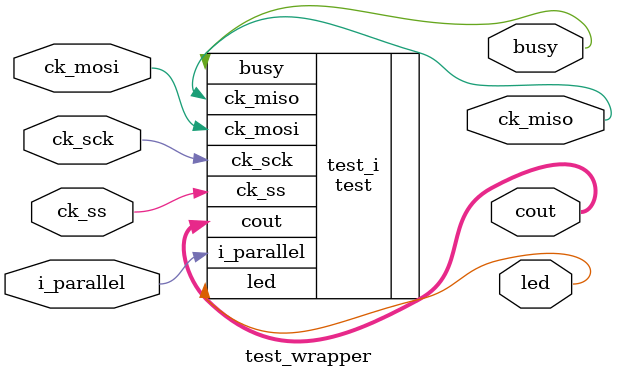
<source format=v>
`timescale 1 ps / 1 ps

module test_wrapper
   (busy,
    ck_miso,
    ck_mosi,
    ck_sck,
    ck_ss,
    cout,
    i_parallel,
    led);
  output busy;
  output ck_miso;
  input ck_mosi;
  input ck_sck;
  input ck_ss;
  output [7:0]cout;
  input i_parallel;
  output led;

  wire busy;
  wire ck_miso;
  wire ck_mosi;
  wire ck_sck;
  wire ck_ss;
  wire [7:0]cout;
  wire i_parallel;
  wire led;

  test test_i
       (.busy(busy),
        .ck_miso(ck_miso),
        .ck_mosi(ck_mosi),
        .ck_sck(ck_sck),
        .ck_ss(ck_ss),
        .cout(cout),
        .i_parallel(i_parallel),
        .led(led));
endmodule

</source>
